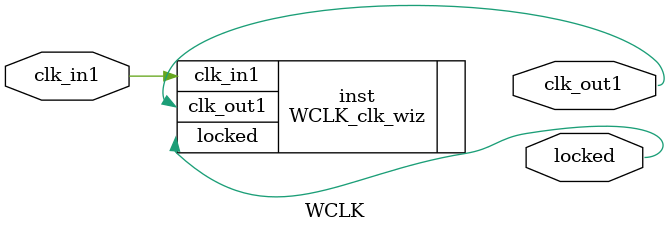
<source format=v>


`timescale 1ps/1ps

(* CORE_GENERATION_INFO = "WCLK,clk_wiz_v6_0_3_0_0,{component_name=WCLK,use_phase_alignment=true,use_min_o_jitter=false,use_max_i_jitter=false,use_dyn_phase_shift=false,use_inclk_switchover=false,use_dyn_reconfig=false,enable_axi=0,feedback_source=FDBK_AUTO,PRIMITIVE=PLL,num_out_clk=1,clkin1_period=10.000,clkin2_period=10.000,use_power_down=false,use_reset=false,use_locked=true,use_inclk_stopped=false,feedback_type=SINGLE,CLOCK_MGR_TYPE=NA,manual_override=false}" *)

module WCLK 
 (
  // Clock out ports
  output        clk_out1,
  // Status and control signals
  output        locked,
 // Clock in ports
  input         clk_in1
 );

  WCLK_clk_wiz inst
  (
  // Clock out ports  
  .clk_out1(clk_out1),
  // Status and control signals               
  .locked(locked),
 // Clock in ports
  .clk_in1(clk_in1)
  );

endmodule

</source>
